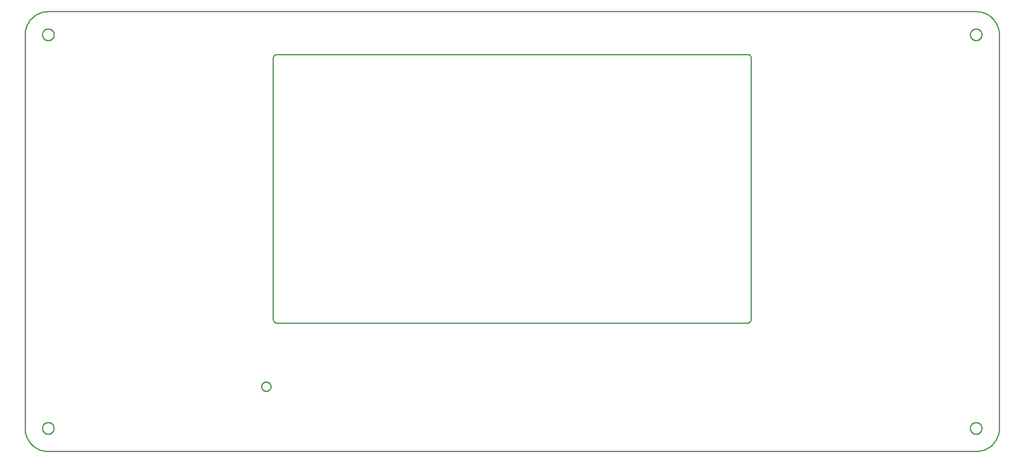
<source format=gbr>
G04 EAGLE Gerber RS-274X export*
G75*
%MOMM*%
%FSLAX34Y34*%
%LPD*%
%IN*%
%IPPOS*%
%AMOC8*
5,1,8,0,0,1.08239X$1,22.5*%
G01*
%ADD10C,0.254000*%


D10*
X-1050000Y-425000D02*
X-1049810Y-429358D01*
X-1049240Y-433682D01*
X-1048296Y-437941D01*
X-1046985Y-442101D01*
X-1045315Y-446131D01*
X-1043301Y-450000D01*
X-1040958Y-453679D01*
X-1038302Y-457139D01*
X-1035355Y-460355D01*
X-1032139Y-463302D01*
X-1028679Y-465958D01*
X-1025000Y-468301D01*
X-1021131Y-470315D01*
X-1017101Y-471985D01*
X-1012941Y-473296D01*
X-1008682Y-474240D01*
X-1004358Y-474810D01*
X-1000000Y-475000D01*
X1000000Y-475000D01*
X1004358Y-474810D01*
X1008682Y-474240D01*
X1012941Y-473296D01*
X1017101Y-471985D01*
X1021131Y-470315D01*
X1025000Y-468301D01*
X1028679Y-465958D01*
X1032139Y-463302D01*
X1035355Y-460355D01*
X1038302Y-457139D01*
X1040958Y-453679D01*
X1043301Y-450000D01*
X1045315Y-446131D01*
X1046985Y-442101D01*
X1048296Y-437941D01*
X1049240Y-433682D01*
X1049810Y-429358D01*
X1050000Y-425000D01*
X1050000Y425000D01*
X1049810Y429358D01*
X1049240Y433682D01*
X1048296Y437941D01*
X1046985Y442101D01*
X1045315Y446131D01*
X1043301Y450000D01*
X1040958Y453679D01*
X1038302Y457139D01*
X1035355Y460355D01*
X1032139Y463302D01*
X1028679Y465958D01*
X1025000Y468301D01*
X1021131Y470315D01*
X1017101Y471985D01*
X1012941Y473296D01*
X1008682Y474240D01*
X1004358Y474810D01*
X1000000Y475000D01*
X-1000000Y475000D01*
X-1004358Y474810D01*
X-1008682Y474240D01*
X-1012941Y473296D01*
X-1017101Y471985D01*
X-1021131Y470315D01*
X-1025000Y468301D01*
X-1028679Y465958D01*
X-1032139Y463302D01*
X-1035355Y460355D01*
X-1038302Y457139D01*
X-1040958Y453679D01*
X-1043301Y450000D01*
X-1045315Y446131D01*
X-1046985Y442101D01*
X-1048296Y437941D01*
X-1049240Y433682D01*
X-1049810Y429358D01*
X-1050000Y425000D01*
X-1050000Y-425000D01*
X-515000Y-190000D02*
X-514971Y-190654D01*
X-514886Y-191302D01*
X-514744Y-191941D01*
X-514548Y-192565D01*
X-514297Y-193170D01*
X-513995Y-193750D01*
X-513644Y-194302D01*
X-513245Y-194821D01*
X-512803Y-195303D01*
X-512321Y-195745D01*
X-511802Y-196144D01*
X-511250Y-196495D01*
X-510670Y-196797D01*
X-510065Y-197048D01*
X-509441Y-197244D01*
X-508802Y-197386D01*
X-508154Y-197471D01*
X-507500Y-197500D01*
X507500Y-197500D01*
X508154Y-197471D01*
X508802Y-197386D01*
X509441Y-197244D01*
X510065Y-197048D01*
X510670Y-196797D01*
X511250Y-196495D01*
X511802Y-196144D01*
X512321Y-195745D01*
X512803Y-195303D01*
X513245Y-194821D01*
X513644Y-194302D01*
X513995Y-193750D01*
X514297Y-193170D01*
X514548Y-192565D01*
X514744Y-191941D01*
X514886Y-191302D01*
X514971Y-190654D01*
X515000Y-190000D01*
X515000Y375000D01*
X514971Y375654D01*
X514886Y376302D01*
X514744Y376941D01*
X514548Y377565D01*
X514297Y378170D01*
X513995Y378750D01*
X513644Y379302D01*
X513245Y379821D01*
X512803Y380303D01*
X512321Y380745D01*
X511802Y381144D01*
X511250Y381495D01*
X510670Y381797D01*
X510065Y382048D01*
X509441Y382244D01*
X508802Y382386D01*
X508154Y382471D01*
X507500Y382500D01*
X-507500Y382500D01*
X-508154Y382471D01*
X-508802Y382386D01*
X-509441Y382244D01*
X-510065Y382048D01*
X-510670Y381797D01*
X-511250Y381495D01*
X-511802Y381144D01*
X-512321Y380745D01*
X-512803Y380303D01*
X-513245Y379821D01*
X-513644Y379302D01*
X-513995Y378750D01*
X-514297Y378170D01*
X-514548Y377565D01*
X-514744Y376941D01*
X-514886Y376302D01*
X-514971Y375654D01*
X-515000Y375000D01*
X-515000Y-190000D01*
X-987500Y424509D02*
X-987577Y423530D01*
X-987731Y422560D01*
X-987960Y421604D01*
X-988264Y420670D01*
X-988639Y419763D01*
X-989085Y418888D01*
X-989599Y418050D01*
X-990176Y417255D01*
X-990814Y416508D01*
X-991508Y415814D01*
X-992255Y415176D01*
X-993050Y414599D01*
X-993888Y414085D01*
X-994763Y413639D01*
X-995670Y413264D01*
X-996604Y412960D01*
X-997560Y412731D01*
X-998530Y412577D01*
X-999509Y412500D01*
X-1000491Y412500D01*
X-1001470Y412577D01*
X-1002441Y412731D01*
X-1003396Y412960D01*
X-1004330Y413264D01*
X-1005237Y413639D01*
X-1006112Y414085D01*
X-1006950Y414599D01*
X-1007745Y415176D01*
X-1008492Y415814D01*
X-1009186Y416508D01*
X-1009824Y417255D01*
X-1010401Y418050D01*
X-1010915Y418888D01*
X-1011361Y419763D01*
X-1011736Y420670D01*
X-1012040Y421604D01*
X-1012269Y422560D01*
X-1012423Y423530D01*
X-1012500Y424509D01*
X-1012500Y425491D01*
X-1012423Y426470D01*
X-1012269Y427441D01*
X-1012040Y428396D01*
X-1011736Y429330D01*
X-1011361Y430237D01*
X-1010915Y431112D01*
X-1010401Y431950D01*
X-1009824Y432745D01*
X-1009186Y433492D01*
X-1008492Y434186D01*
X-1007745Y434824D01*
X-1006950Y435401D01*
X-1006112Y435915D01*
X-1005237Y436361D01*
X-1004330Y436736D01*
X-1003396Y437040D01*
X-1002441Y437269D01*
X-1001470Y437423D01*
X-1000491Y437500D01*
X-999509Y437500D01*
X-998530Y437423D01*
X-997560Y437269D01*
X-996604Y437040D01*
X-995670Y436736D01*
X-994763Y436361D01*
X-993888Y435915D01*
X-993050Y435401D01*
X-992255Y434824D01*
X-991508Y434186D01*
X-990814Y433492D01*
X-990176Y432745D01*
X-989599Y431950D01*
X-989085Y431112D01*
X-988639Y430237D01*
X-988264Y429330D01*
X-987960Y428396D01*
X-987731Y427441D01*
X-987577Y426470D01*
X-987500Y425491D01*
X-987500Y424509D01*
X1012500Y424509D02*
X1012423Y423530D01*
X1012269Y422560D01*
X1012040Y421604D01*
X1011736Y420670D01*
X1011361Y419763D01*
X1010915Y418888D01*
X1010401Y418050D01*
X1009824Y417255D01*
X1009186Y416508D01*
X1008492Y415814D01*
X1007745Y415176D01*
X1006950Y414599D01*
X1006112Y414085D01*
X1005237Y413639D01*
X1004330Y413264D01*
X1003396Y412960D01*
X1002441Y412731D01*
X1001470Y412577D01*
X1000491Y412500D01*
X999509Y412500D01*
X998530Y412577D01*
X997560Y412731D01*
X996604Y412960D01*
X995670Y413264D01*
X994763Y413639D01*
X993888Y414085D01*
X993050Y414599D01*
X992255Y415176D01*
X991508Y415814D01*
X990814Y416508D01*
X990176Y417255D01*
X989599Y418050D01*
X989085Y418888D01*
X988639Y419763D01*
X988264Y420670D01*
X987960Y421604D01*
X987731Y422560D01*
X987577Y423530D01*
X987500Y424509D01*
X987500Y425491D01*
X987577Y426470D01*
X987731Y427441D01*
X987960Y428396D01*
X988264Y429330D01*
X988639Y430237D01*
X989085Y431112D01*
X989599Y431950D01*
X990176Y432745D01*
X990814Y433492D01*
X991508Y434186D01*
X992255Y434824D01*
X993050Y435401D01*
X993888Y435915D01*
X994763Y436361D01*
X995670Y436736D01*
X996604Y437040D01*
X997560Y437269D01*
X998530Y437423D01*
X999509Y437500D01*
X1000491Y437500D01*
X1001470Y437423D01*
X1002441Y437269D01*
X1003396Y437040D01*
X1004330Y436736D01*
X1005237Y436361D01*
X1006112Y435915D01*
X1006950Y435401D01*
X1007745Y434824D01*
X1008492Y434186D01*
X1009186Y433492D01*
X1009824Y432745D01*
X1010401Y431950D01*
X1010915Y431112D01*
X1011361Y430237D01*
X1011736Y429330D01*
X1012040Y428396D01*
X1012269Y427441D01*
X1012423Y426470D01*
X1012500Y425491D01*
X1012500Y424509D01*
X1012500Y-425491D02*
X1012423Y-426470D01*
X1012269Y-427441D01*
X1012040Y-428396D01*
X1011736Y-429330D01*
X1011361Y-430237D01*
X1010915Y-431112D01*
X1010401Y-431950D01*
X1009824Y-432745D01*
X1009186Y-433492D01*
X1008492Y-434186D01*
X1007745Y-434824D01*
X1006950Y-435401D01*
X1006112Y-435915D01*
X1005237Y-436361D01*
X1004330Y-436736D01*
X1003396Y-437040D01*
X1002441Y-437269D01*
X1001470Y-437423D01*
X1000491Y-437500D01*
X999509Y-437500D01*
X998530Y-437423D01*
X997560Y-437269D01*
X996604Y-437040D01*
X995670Y-436736D01*
X994763Y-436361D01*
X993888Y-435915D01*
X993050Y-435401D01*
X992255Y-434824D01*
X991508Y-434186D01*
X990814Y-433492D01*
X990176Y-432745D01*
X989599Y-431950D01*
X989085Y-431112D01*
X988639Y-430237D01*
X988264Y-429330D01*
X987960Y-428396D01*
X987731Y-427441D01*
X987577Y-426470D01*
X987500Y-425491D01*
X987500Y-424509D01*
X987577Y-423530D01*
X987731Y-422560D01*
X987960Y-421604D01*
X988264Y-420670D01*
X988639Y-419763D01*
X989085Y-418888D01*
X989599Y-418050D01*
X990176Y-417255D01*
X990814Y-416508D01*
X991508Y-415814D01*
X992255Y-415176D01*
X993050Y-414599D01*
X993888Y-414085D01*
X994763Y-413639D01*
X995670Y-413264D01*
X996604Y-412960D01*
X997560Y-412731D01*
X998530Y-412577D01*
X999509Y-412500D01*
X1000491Y-412500D01*
X1001470Y-412577D01*
X1002441Y-412731D01*
X1003396Y-412960D01*
X1004330Y-413264D01*
X1005237Y-413639D01*
X1006112Y-414085D01*
X1006950Y-414599D01*
X1007745Y-415176D01*
X1008492Y-415814D01*
X1009186Y-416508D01*
X1009824Y-417255D01*
X1010401Y-418050D01*
X1010915Y-418888D01*
X1011361Y-419763D01*
X1011736Y-420670D01*
X1012040Y-421604D01*
X1012269Y-422560D01*
X1012423Y-423530D01*
X1012500Y-424509D01*
X1012500Y-425491D01*
X-987500Y-425491D02*
X-987577Y-426470D01*
X-987731Y-427441D01*
X-987960Y-428396D01*
X-988264Y-429330D01*
X-988639Y-430237D01*
X-989085Y-431112D01*
X-989599Y-431950D01*
X-990176Y-432745D01*
X-990814Y-433492D01*
X-991508Y-434186D01*
X-992255Y-434824D01*
X-993050Y-435401D01*
X-993888Y-435915D01*
X-994763Y-436361D01*
X-995670Y-436736D01*
X-996604Y-437040D01*
X-997560Y-437269D01*
X-998530Y-437423D01*
X-999509Y-437500D01*
X-1000491Y-437500D01*
X-1001470Y-437423D01*
X-1002441Y-437269D01*
X-1003396Y-437040D01*
X-1004330Y-436736D01*
X-1005237Y-436361D01*
X-1006112Y-435915D01*
X-1006950Y-435401D01*
X-1007745Y-434824D01*
X-1008492Y-434186D01*
X-1009186Y-433492D01*
X-1009824Y-432745D01*
X-1010401Y-431950D01*
X-1010915Y-431112D01*
X-1011361Y-430237D01*
X-1011736Y-429330D01*
X-1012040Y-428396D01*
X-1012269Y-427441D01*
X-1012423Y-426470D01*
X-1012500Y-425491D01*
X-1012500Y-424509D01*
X-1012423Y-423530D01*
X-1012269Y-422560D01*
X-1012040Y-421604D01*
X-1011736Y-420670D01*
X-1011361Y-419763D01*
X-1010915Y-418888D01*
X-1010401Y-418050D01*
X-1009824Y-417255D01*
X-1009186Y-416508D01*
X-1008492Y-415814D01*
X-1007745Y-415176D01*
X-1006950Y-414599D01*
X-1006112Y-414085D01*
X-1005237Y-413639D01*
X-1004330Y-413264D01*
X-1003396Y-412960D01*
X-1002441Y-412731D01*
X-1001470Y-412577D01*
X-1000491Y-412500D01*
X-999509Y-412500D01*
X-998530Y-412577D01*
X-997560Y-412731D01*
X-996604Y-412960D01*
X-995670Y-413264D01*
X-994763Y-413639D01*
X-993888Y-414085D01*
X-993050Y-414599D01*
X-992255Y-415176D01*
X-991508Y-415814D01*
X-990814Y-416508D01*
X-990176Y-417255D01*
X-989599Y-418050D01*
X-989085Y-418888D01*
X-988639Y-419763D01*
X-988264Y-420670D01*
X-987960Y-421604D01*
X-987731Y-422560D01*
X-987577Y-423530D01*
X-987500Y-424509D01*
X-987500Y-425491D01*
X-520000Y-335437D02*
X-520076Y-336307D01*
X-520228Y-337166D01*
X-520454Y-338010D01*
X-520752Y-338830D01*
X-521121Y-339622D01*
X-521558Y-340378D01*
X-522059Y-341093D01*
X-522620Y-341762D01*
X-523238Y-342380D01*
X-523907Y-342941D01*
X-524622Y-343442D01*
X-525378Y-343879D01*
X-526170Y-344248D01*
X-526990Y-344546D01*
X-527834Y-344772D01*
X-528694Y-344924D01*
X-529563Y-345000D01*
X-530437Y-345000D01*
X-531307Y-344924D01*
X-532166Y-344772D01*
X-533010Y-344546D01*
X-533830Y-344248D01*
X-534622Y-343879D01*
X-535378Y-343442D01*
X-536093Y-342941D01*
X-536762Y-342380D01*
X-537380Y-341762D01*
X-537941Y-341093D01*
X-538442Y-340378D01*
X-538879Y-339622D01*
X-539248Y-338830D01*
X-539546Y-338010D01*
X-539772Y-337166D01*
X-539924Y-336307D01*
X-540000Y-335437D01*
X-540000Y-334563D01*
X-539924Y-333694D01*
X-539772Y-332834D01*
X-539546Y-331990D01*
X-539248Y-331170D01*
X-538879Y-330378D01*
X-538442Y-329622D01*
X-537941Y-328907D01*
X-537380Y-328238D01*
X-536762Y-327620D01*
X-536093Y-327059D01*
X-535378Y-326558D01*
X-534622Y-326121D01*
X-533830Y-325752D01*
X-533010Y-325454D01*
X-532166Y-325228D01*
X-531307Y-325076D01*
X-530437Y-325000D01*
X-529563Y-325000D01*
X-528694Y-325076D01*
X-527834Y-325228D01*
X-526990Y-325454D01*
X-526170Y-325752D01*
X-525378Y-326121D01*
X-524622Y-326558D01*
X-523907Y-327059D01*
X-523238Y-327620D01*
X-522620Y-328238D01*
X-522059Y-328907D01*
X-521558Y-329622D01*
X-521121Y-330378D01*
X-520752Y-331170D01*
X-520454Y-331990D01*
X-520228Y-332834D01*
X-520076Y-333694D01*
X-520000Y-334563D01*
X-520000Y-335437D01*
M02*

</source>
